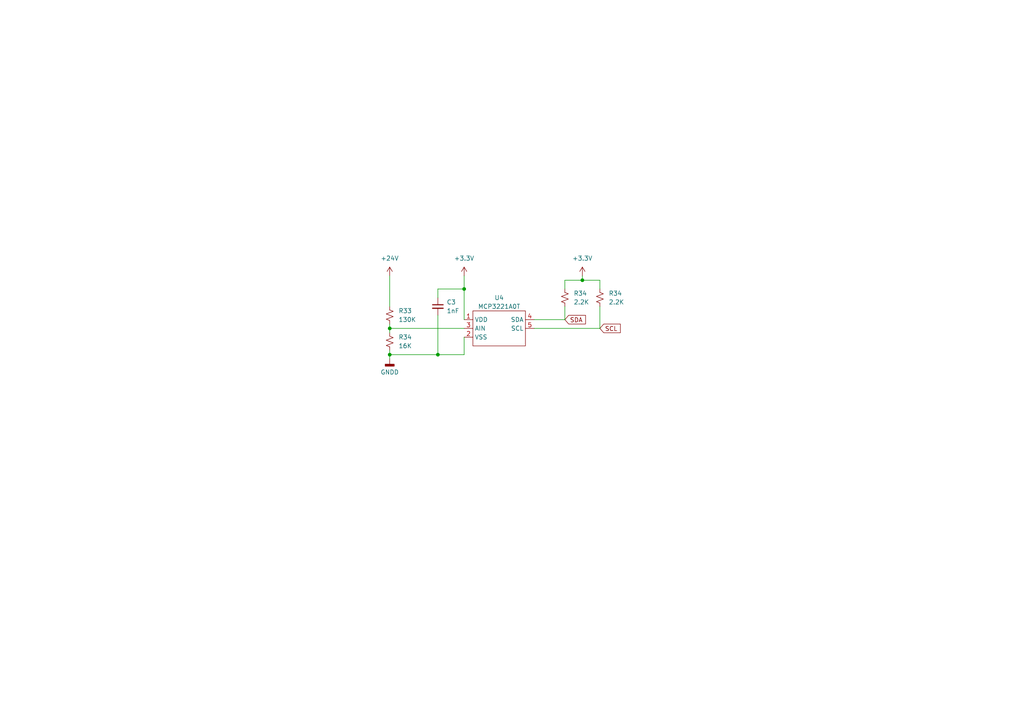
<source format=kicad_sch>
(kicad_sch (version 20230121) (generator eeschema)
  (paper "A4")
  (lib_symbols
    (symbol "Device:C_Small" (pin_numbers hide) (pin_names (offset 0.254) hide)
      (property "Reference" "C" (at 0.254 1.778 0))
      (property "Value" "C_Small" (at 0.254 -2.032 0))
      (symbol "C_Small_0_1"
        (polyline (pts (xy -1.524 -0.508) (xy 1.524 -0.508)) (stroke (width 0.3302)))
        (polyline (pts (xy -1.524 0.508) (xy 1.524 0.508)) (stroke (width 0.3048)))
      )
      (symbol "C_Small_1_1"
        (pin passive line (at 0 2.54 270) (length 2.032) (name "~") (number "1"))
        (pin passive line (at 0 -2.54 90) (length 2.032) (name "~") (number "2"))
      )
    )
    (symbol "Device:R_Small_US" (pin_numbers hide) (pin_names (offset 0.254) hide)
      (property "Reference" "R" (at 0.762 0.508 0))
      (property "Value" "R_Small_US" (at 0.762 -1.016 0))
      (symbol "R_Small_US_1_1"
        (polyline (pts (xy 0 0) (xy 1.016 -0.381) (xy 0 -0.762) (xy -1.016 -1.143) (xy 0 -1.524)))
        (polyline (pts (xy 0 1.524) (xy 1.016 1.143) (xy 0 0.762) (xy -1.016 0.381) (xy 0 0)))
        (pin passive line (at 0 2.54 270) (length 1.016) (name "~") (number "1"))
        (pin passive line (at 0 -2.54 90) (length 1.016) (name "~") (number "2"))
      )
    )
    (symbol "gnarboard:MCP3X21"
      (property "Reference" "U" (at 0 0 0))
      (symbol "MCP3X21_0_1"
        (rectangle (start -7.62 -1.27) (end 7.62 -11.43))
      )
      (symbol "MCP3X21_1_1"
        (pin input line (at -10.16 -3.81 0) (length 2.54) (name "VDD") (number "1"))
        (pin input line (at -10.16 -8.89 0) (length 2.54) (name "VSS") (number "2"))
        (pin input line (at -10.16 -6.35 0) (length 2.54) (name "AIN") (number "3"))
        (pin input line (at 10.16 -3.81 180) (length 2.54) (name "SDA") (number "4"))
        (pin input line (at 10.16 -6.35 180) (length 2.54) (name "SCL") (number "5"))
      )
    )
    (symbol "power:+24V" (power) (pin_names (offset 0))
      (property "Value" "+24V" (at 0 3.556 0))
      (symbol "+24V_0_1"
        (polyline (pts (xy -0.762 1.27) (xy 0 2.54)))
        (polyline (pts (xy 0 0) (xy 0 2.54)))
        (polyline (pts (xy 0 2.54) (xy 0.762 1.27)))
      )
      (symbol "+24V_1_1"
        (pin power_in line (at 0 0 90) (length 0) hide (name "+24V") (number "1"))
      )
    )
    (symbol "power:+3.3V" (power) (pin_names (offset 0))
      (property "Value" "+3.3V" (at 0 3.556 0))
      (symbol "+3.3V_0_1"
        (polyline (pts (xy -0.762 1.27) (xy 0 2.54)))
        (polyline (pts (xy 0 0) (xy 0 2.54)))
        (polyline (pts (xy 0 2.54) (xy 0.762 1.27)))
      )
      (symbol "+3.3V_1_1"
        (pin power_in line (at 0 0 90) (length 0) hide (name "+3.3V") (number "1"))
      )
    )
    (symbol "power:GNDD" (power) (pin_names (offset 0))
      (property "Value" "GNDD" (at 0 -3.175 0))
      (symbol "GNDD_0_1"
        (rectangle (start -1.27 -1.524) (end 1.27 -2.032) (stroke (width 0.254)) (fill (type outline)))
        (polyline (pts (xy 0 0) (xy 0 -1.524)))
      )
      (symbol "GNDD_1_1"
        (pin power_in line (at 0 0 270) (length 0) hide (name "GNDD") (number "1"))
      )
    )
  )
  (junction (at 113.03 95.25))
  (junction (at 168.91 81.28))
  (junction (at 127 102.87))
  (junction (at 113.03 102.87))
  (junction (at 134.62 83.82))
  (wire (pts (xy 134.62 102.87) (xy 127 102.87)))
  (wire (pts (xy 113.03 80.01) (xy 113.03 88.9)))
  (wire (pts (xy 163.83 81.28) (xy 168.91 81.28)))
  (wire (pts (xy 127 83.82) (xy 127 86.36)))
  (wire (pts (xy 113.03 95.25) (xy 134.62 95.25)))
  (wire (pts (xy 134.62 83.82) (xy 134.62 92.71)))
  (wire (pts (xy 173.99 83.82) (xy 173.99 81.28)))
  (wire (pts (xy 134.62 83.82) (xy 127 83.82)))
  (wire (pts (xy 163.83 88.9) (xy 163.83 92.71)))
  (wire (pts (xy 163.83 83.82) (xy 163.83 81.28)))
  (wire (pts (xy 113.03 101.6) (xy 113.03 102.87)))
  (wire (pts (xy 173.99 88.9) (xy 173.99 95.25)))
  (wire (pts (xy 154.94 95.25) (xy 173.99 95.25)))
  (wire (pts (xy 127 102.87) (xy 113.03 102.87)))
  (wire (pts (xy 134.62 97.79) (xy 134.62 102.87)))
  (wire (pts (xy 113.03 93.98) (xy 113.03 95.25)))
  (wire (pts (xy 113.03 95.25) (xy 113.03 96.52)))
  (wire (pts (xy 168.91 81.28) (xy 168.91 80.01)))
  (wire (pts (xy 173.99 81.28) (xy 168.91 81.28)))
  (wire (pts (xy 127 91.44) (xy 127 102.87)))
  (wire (pts (xy 154.94 92.71) (xy 163.83 92.71)))
  (wire (pts (xy 113.03 102.87) (xy 113.03 104.14)))
  (wire (pts (xy 134.62 80.01) (xy 134.62 83.82)))
  (global_label "SDA" (shape input) (at 163.83 92.71 0) (property "Intersheetrefs" "${INTERSHEET_REFS}" (effects hide)))
  (global_label "SCL" (shape input) (at 173.99 95.25 0) (property "Intersheetrefs" "${INTERSHEET_REFS}" (effects hide)))
  (symbol (lib_id "power:+3.3V") (at 134.62 80.01 0) (unit 1)
    (property "Reference" "#PWR02" (effects hide))
    (property "Value" "+3.3V" (at 134.62 74.93 0))
    (instances (project "8ch-mosfet" (path "" (reference "#PWR02") (unit 1)) (path "" (reference "#PWR067") (unit 1))))
  )
  (symbol (lib_id "Device:R_Small_US") (at 163.83 86.36 180) (unit 1)
    (property "Reference" "R34" (at 166.37 85.09 0) (effects (justify right)))
    (property "Value" "2.2K" (at 166.37 87.63 0) (effects (justify right)))
    (property "Footprint" "Resistor_SMD:R_0805_2012Metric_Pad1.20x1.40mm_HandSolder" (effects hide))
    (property "Vendor" "652-CR0805JW-104ELF" (effects hide))
    (instances (project "8ch-mosfet" (path "" (reference "R34") (unit 1)) (path "" (reference "R4") (unit 1)) (path "" (reference "R8") (unit 1)) (path "" (reference "R12") (unit 1)) (path "" (reference "R16") (unit 1)) (path "" (reference "R20") (unit 1)) (path "" (reference "R24") (unit 1)) (path "" (reference "R28") (unit 1)) (path "" (reference "R32") (unit 1)) (path "" (reference "R39") (unit 1))))
  )
  (symbol (lib_id "Device:R_Small_US") (at 113.03 91.44 180) (unit 1)
    (property "Reference" "R33" (at 115.57 90.17 0) (effects (justify right)))
    (property "Value" "130K" (at 115.57 92.71 0) (effects (justify right)))
    (property "Footprint" "Resistor_SMD:R_0805_2012Metric_Pad1.20x1.40mm_HandSolder" (effects hide))
    (property "Vendor" "652-CR0805JW-104ELF" (effects hide))
    (instances (project "8ch-mosfet" (path "" (reference "R33") (unit 1)) (path "" (reference "R4") (unit 1)) (path "" (reference "R8") (unit 1)) (path "" (reference "R12") (unit 1)) (path "" (reference "R16") (unit 1)) (path "" (reference "R20") (unit 1)) (path "" (reference "R24") (unit 1)) (path "" (reference "R28") (unit 1)) (path "" (reference "R32") (unit 1)) (path "" (reference "R33") (unit 1))))
  )
  (symbol (lib_id "Device:R_Small_US") (at 173.99 86.36 180) (unit 1)
    (property "Reference" "R34" (at 176.53 85.09 0) (effects (justify right)))
    (property "Value" "2.2K" (at 176.53 87.63 0) (effects (justify right)))
    (property "Footprint" "Resistor_SMD:R_0805_2012Metric_Pad1.20x1.40mm_HandSolder" (effects hide))
    (property "Vendor" "652-CR0805JW-104ELF" (effects hide))
    (instances (project "8ch-mosfet" (path "" (reference "R34") (unit 1)) (path "" (reference "R4") (unit 1)) (path "" (reference "R8") (unit 1)) (path "" (reference "R12") (unit 1)) (path "" (reference "R16") (unit 1)) (path "" (reference "R20") (unit 1)) (path "" (reference "R24") (unit 1)) (path "" (reference "R28") (unit 1)) (path "" (reference "R32") (unit 1)) (path "" (reference "R40") (unit 1))))
  )
  (symbol (lib_id "power:+3.3V") (at 168.91 80.01 0) (unit 1)
    (property "Reference" "#PWR02" (effects hide))
    (property "Value" "+3.3V" (at 168.91 74.93 0))
    (instances (project "8ch-mosfet" (path "" (reference "#PWR02") (unit 1)) (path "" (reference "#PWR068") (unit 1))))
  )
  (symbol (lib_id "power:+24V") (at 113.03 80.01 0) (unit 1)
    (property "Reference" "#PWR010" (effects hide))
    (property "Value" "+24V" (at 113.03 74.93 0))
  )
  (symbol (lib_id "Device:C_Small") (at 127 88.9 0) (unit 1)
    (property "Reference" "C3" (at 129.54 87.6363 0) (effects (justify left)))
    (property "Value" "1nF" (at 129.54 90.1763 0) (effects (justify left)))
    (property "Footprint" "Capacitor_SMD:C_0805_2012Metric_Pad1.18x1.45mm_HandSolder" (effects hide))
    (property "Vendor" "C0805C102J1HACTU" (effects hide))
    (instances (project "8ch-mosfet" (path "" (reference "C3") (unit 1)) (path "" (reference "C3") (unit 1)) (path "" (reference "C6") (unit 1)) (path "" (reference "C9") (unit 1)) (path "" (reference "C12") (unit 1)) (path "" (reference "C15") (unit 1)) (path "" (reference "C18") (unit 1)) (path "" (reference "C21") (unit 1)) (path "" (reference "C24") (unit 1)) (path "" (reference "C28") (unit 1))))
  )
  (symbol (lib_id "power:GNDD") (at 113.03 104.14 0) (unit 1)
    (property "Reference" "#PWR054" (effects hide))
    (property "Value" "GNDD" (at 113.03 107.95 0))
  )
  (symbol (lib_id "Device:R_Small_US") (at 113.03 99.06 180) (unit 1)
    (property "Reference" "R34" (at 115.57 97.79 0) (effects (justify right)))
    (property "Value" "16K" (at 115.57 100.33 0) (effects (justify right)))
    (property "Footprint" "Resistor_SMD:R_0805_2012Metric_Pad1.20x1.40mm_HandSolder" (effects hide))
    (property "Vendor" "652-CR0805JW-104ELF" (effects hide))
    (instances (project "8ch-mosfet" (path "" (reference "R34") (unit 1)) (path "" (reference "R4") (unit 1)) (path "" (reference "R8") (unit 1)) (path "" (reference "R12") (unit 1)) (path "" (reference "R16") (unit 1)) (path "" (reference "R20") (unit 1)) (path "" (reference "R24") (unit 1)) (path "" (reference "R28") (unit 1)) (path "" (reference "R32") (unit 1)) (path "" (reference "R34") (unit 1))))
  )
  (symbol (lib_id "gnarboard:MCP3X21") (at 144.78 88.9 0) (unit 1)
    (property "Reference" "U4" (at 144.78 86.36 0))
    (property "Value" "MCP3221A0T" (at 144.78 88.9 0))
    (property "Footprint" "Package_TO_SOT_SMD:SOT-23-5" (effects hide))
  )
)
</source>
